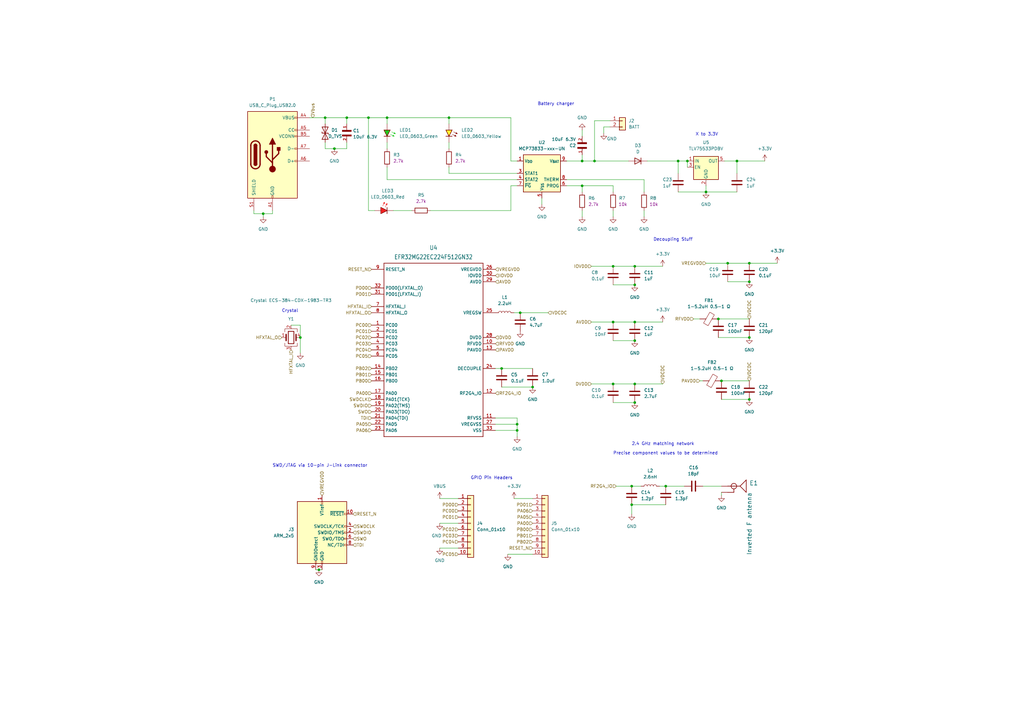
<source format=kicad_sch>
(kicad_sch (version 20231120) (generator "eeschema") (generator_version "8.0")
  (paper "A3")
  (title_block (title "Domo-garden") (rev "0.0.0") (company "Valentin Giaufer"))
  (lib_symbols
    (symbol "Battery_Management:MCP73833-xxx-UN"
      (property "Reference" "U" (at -6.35 8.89 0))
      (property "Value" "MCP73833-xxx-UN" (at 10.16 8.89 0))
      (symbol "MCP73833-xxx-UN_1_1"
        (pin power_in line (at -10.16 5.08 0) (length 2.54) (name "V_{DD}") (number "1"))
        (pin passive line (at 10.16 5.08 180) (length 2.54) hide (name "V_{BAT}") (number "10"))
        (pin passive line (at -10.16 5.08 0) (length 2.54) hide (name "V_{DD}") (number "2"))
        (pin open_collector line (at -10.16 0 0) (length 2.54) (name "STAT1") (number "3"))
        (pin open_collector line (at -10.16 -2.54 0) (length 2.54) (name "STAT2") (number "4"))
        (pin power_in line (at 0 -10.16 90) (length 2.54) (name "V_{SS}") (number "5"))
        (pin input line (at 10.16 -5.08 180) (length 2.54) (name "PROG") (number "6"))
        (pin open_collector line (at -10.16 -5.08 0) (length 2.54) (name "~{PG}") (number "7"))
        (pin passive line (at 10.16 -2.54 180) (length 2.54) (name "THERM") (number "8"))
        (pin power_out line (at 10.16 5.08 180) (length 2.54) (name "V_{BAT}") (number "9"))
      )
    )
    (symbol "CC0805KKX5R5BB106:CC0805KKX5R5BB106" (pin_names (offset 1.016))
      (property "Reference" "C" (at 0 3.81 0))
      (property "Value" "CC0805KKX5R5BB106" (at 0 -5.08 0))
      (symbol "CC0805KKX5R5BB106_0_0"
        (pin passive line (at 5.08 0 180) (length 2.54) (name "~") (number "1"))
        (pin passive line (at -2.54 0 0) (length 2.54) (name "~") (number "2"))
      )
    )
    (symbol "Connector:Conn_ARM_JTAG_SWD_10" (pin_names (offset 1.016))
      (property "Reference" "J" (at -2.54 16.51 0))
      (property "Value" "Conn_ARM_JTAG_SWD_10" (at -2.54 13.97 0))
      (symbol "Conn_ARM_JTAG_SWD_10_1_1"
        (pin power_in line (at 0 15.24 270) (length 2.54) (name "VTref") (number "1"))
        (pin open_collector line (at 12.7 7.62 180) (length 2.54) (name "~{RESET}") (number "10"))
        (pin bidirectional line (at 12.7 0 180) (length 2.54) (name "SWDIO/TMS") (number "2"))
        (pin power_in line (at 0 -15.24 90) (length 2.54) (name "GND") (number "3"))
        (pin output line (at 12.7 2.54 180) (length 2.54) (name "SWDCLK/TCK") (number "4"))
        (pin passive line (at 0 -15.24 90) (length 2.54) hide (name "GND") (number "5"))
        (pin input line (at 12.7 -2.54 180) (length 2.54) (name "SWO/TDO") (number "6"))
        (pin no_connect line (at -10.16 0 0) (length 2.54) hide (name "KEY") (number "7"))
        (pin output line (at 12.7 -5.08 180) (length 2.54) (name "NC/TDI") (number "8"))
        (pin passive line (at -2.54 -15.24 90) (length 2.54) (name "GNDDetect") (number "9"))
      )
    )
    (symbol "Connector:USB_C_Plug_USB2.0" (pin_names (offset 1.016))
      (property "Reference" "P" (at -10.16 19.05 0))
      (property "Value" "USB_C_Plug_USB2.0" (at 12.7 19.05 0))
      (symbol "USB_C_Plug_USB2.0_1_1"
        (pin passive line (at 0 -22.86 90) (length 5.08) (name "GND") (number "A1"))
        (pin passive line (at 0 -22.86 90) (length 5.08) hide (name "GND") (number "A12"))
        (pin passive line (at 15.24 15.24 180) (length 5.08) (name "VBUS") (number "A4"))
        (pin bidirectional line (at 15.24 10.16 180) (length 5.08) (name "CC") (number "A5"))
        (pin bidirectional line (at 15.24 -2.54 180) (length 5.08) (name "D+") (number "A6"))
        (pin bidirectional line (at 15.24 2.54 180) (length 5.08) (name "D-") (number "A7"))
        (pin passive line (at 15.24 15.24 180) (length 5.08) hide (name "VBUS") (number "A9"))
        (pin passive line (at 0 -22.86 90) (length 5.08) hide (name "GND") (number "B1"))
        (pin passive line (at 0 -22.86 90) (length 5.08) hide (name "GND") (number "B12"))
        (pin passive line (at 15.24 15.24 180) (length 5.08) hide (name "VBUS") (number "B4"))
        (pin bidirectional line (at 15.24 7.62 180) (length 5.08) (name "VCONN") (number "B5"))
        (pin passive line (at 15.24 15.24 180) (length 5.08) hide (name "VBUS") (number "B9"))
        (pin passive line (at -7.62 -22.86 90) (length 5.08) (name "SHIELD") (number "S1"))
      )
    )
    (symbol "Connector_Generic:Conn_01x02" (pin_names (offset 1.016) hide)
      (property "Reference" "J" (at 0 2.54 0))
      (property "Value" "Conn_01x02" (at 0 -5.08 0))
      (symbol "Conn_01x02_1_1"
        (pin passive line (at -5.08 0 0) (length 3.81) (name "Pin_1") (number "1"))
        (pin passive line (at -5.08 -2.54 0) (length 3.81) (name "Pin_2") (number "2"))
      )
    )
    (symbol "Connector_Generic:Conn_01x10" (pin_names (offset 1.016) hide)
      (property "Reference" "J" (at 0 12.7 0))
      (property "Value" "Conn_01x10" (at 0 -15.24 0))
      (symbol "Conn_01x10_1_1"
        (pin passive line (at -5.08 10.16 0) (length 3.81) (name "Pin_1") (number "1"))
        (pin passive line (at -5.08 -12.7 0) (length 3.81) (name "Pin_10") (number "10"))
        (pin passive line (at -5.08 7.62 0) (length 3.81) (name "Pin_2") (number "2"))
        (pin passive line (at -5.08 5.08 0) (length 3.81) (name "Pin_3") (number "3"))
        (pin passive line (at -5.08 2.54 0) (length 3.81) (name "Pin_4") (number "4"))
        (pin passive line (at -5.08 0 0) (length 3.81) (name "Pin_5") (number "5"))
        (pin passive line (at -5.08 -2.54 0) (length 3.81) (name "Pin_6") (number "6"))
        (pin passive line (at -5.08 -5.08 0) (length 3.81) (name "Pin_7") (number "7"))
        (pin passive line (at -5.08 -7.62 0) (length 3.81) (name "Pin_8") (number "8"))
        (pin passive line (at -5.08 -10.16 0) (length 3.81) (name "Pin_9") (number "9"))
      )
    )
    (symbol "Device:C" (pin_numbers hide) (pin_names (offset 0.254))
      (property "Reference" "C" (at 0.635 2.54 0))
      (property "Value" "C" (at 0.635 -2.54 0))
      (symbol "C_1_1"
        (pin passive line (at 0 3.81 270) (length 2.794) (name "~") (number "1"))
        (pin passive line (at 0 -3.81 90) (length 2.794) (name "~") (number "2"))
      )
    )
    (symbol "Device:Crystal_GND23" (pin_names (offset 1.016) hide)
      (property "Reference" "Y" (at 3.175 5.08 0))
      (property "Value" "Crystal_GND23" (at 3.175 3.175 0))
      (symbol "Crystal_GND23_1_1"
        (pin passive line (at -3.81 0 0) (length 1.27) (name "1") (number "1"))
        (pin passive line (at 0 5.08 270) (length 1.27) (name "2") (number "2"))
        (pin passive line (at 0 -5.08 90) (length 1.27) (name "3") (number "3"))
        (pin passive line (at 3.81 0 180) (length 1.27) (name "4") (number "4"))
      )
    )
    (symbol "Device:D" (pin_numbers hide) (pin_names (offset 1.016) hide)
      (property "Reference" "D" (at 0 2.54 0))
      (property "Value" "D" (at 0 -2.54 0))
      (symbol "D_1_1"
        (pin passive line (at -3.81 0 0) (length 2.54) (name "K") (number "1"))
        (pin passive line (at 3.81 0 180) (length 2.54) (name "A") (number "2"))
      )
    )
    (symbol "Device:D_TVS" (pin_numbers hide) (pin_names (offset 1.016) hide)
      (property "Reference" "D" (at 0 2.54 0))
      (property "Value" "D_TVS" (at 0 -2.54 0))
      (symbol "D_TVS_1_1"
        (pin passive line (at -3.81 0 0) (length 2.54) (name "A1") (number "1"))
        (pin passive line (at 3.81 0 180) (length 2.54) (name "A2") (number "2"))
      )
    )
    (symbol "Device:FerriteBead" (pin_numbers hide) (pin_names (offset 0))
      (property "Reference" "FB" (at -3.81 0.635 90))
      (property "Value" "FerriteBead" (at 3.81 0 90))
      (symbol "FerriteBead_1_1"
        (pin passive line (at 0 3.81 270) (length 2.54) (name "~") (number "1"))
        (pin passive line (at 0 -3.81 90) (length 2.54) (name "~") (number "2"))
      )
    )
    (symbol "Device:L" (pin_numbers hide) (pin_names (offset 1.016) hide)
      (property "Reference" "L" (at -1.27 0 90))
      (property "Value" "L" (at 1.905 0 90))
      (symbol "L_1_1"
        (pin passive line (at 0 3.81 270) (length 1.27) (name "1") (number "1"))
        (pin passive line (at 0 -3.81 90) (length 1.27) (name "2") (number "2"))
      )
    )
    (symbol "EFR32MG22_module-eagle-import:ANTENNA-GROUNDEDTRACE-15.2MM"
      (property "Reference" "E" (at 3.048 -5.08 0))
      (property "Value" "ANTENNA-GROUNDEDTRACE-15.2MM" (at 3.048 -7.366 0))
      (symbol "ANTENNA-GROUNDEDTRACE-15.2MM_1_0"
        (pin bidirectional line (at 0 -10.16 90) (length 2.54) (name "SIGNAL") (number "ANT"))
        (pin bidirectional line (at 2.54 -10.16 90) (length 2.54) (name "GND") (number "GND"))
      )
    )
    (symbol "EFR32MG22_module-eagle-import:EFR32MG22C224F512GN32"
      (property "Reference" "U" (at -20.3424 36.2348 0))
      (property "Value" "EFR32MG22C224F512GN32" (at -20.3329 -38.1242 0))
      (symbol "EFR32MG22C224F512GN32_1_0"
        (pin bidirectional line (at -25.4 10.16 0) (length 5.08) (name "PC00") (number "1"))
        (pin power_in line (at 25.4 2.54 180) (length 5.08) (name "RFVDD") (number "10"))
        (pin power_in line (at 25.4 -27.94 180) (length 5.08) (name "RFVSS") (number "11"))
        (pin bidirectional line (at 25.4 -17.78 180) (length 5.08) (name "RF2G4_IO") (number "12"))
        (pin power_in line (at 25.4 0 180) (length 5.08) (name "PAVDD") (number "13"))
        (pin bidirectional line (at -25.4 -7.62 0) (length 5.08) (name "PB02") (number "14"))
        (pin bidirectional line (at -25.4 -10.16 0) (length 5.08) (name "PB01") (number "15"))
        (pin bidirectional line (at -25.4 -12.7 0) (length 5.08) (name "PB00") (number "16"))
        (pin bidirectional line (at -25.4 -17.78 0) (length 5.08) (name "PA00") (number "17"))
        (pin bidirectional line (at -25.4 -20.32 0) (length 5.08) (name "PA01(TCK)") (number "18"))
        (pin bidirectional line (at -25.4 -22.86 0) (length 5.08) (name "PA02(TMS)") (number "19"))
        (pin bidirectional line (at -25.4 7.62 0) (length 5.08) (name "PC01") (number "2"))
        (pin bidirectional line (at -25.4 -25.4 0) (length 5.08) (name "PA03(TDO)") (number "20"))
        (pin bidirectional line (at -25.4 -27.94 0) (length 5.08) (name "PA04(TDI)") (number "21"))
        (pin bidirectional line (at -25.4 -30.48 0) (length 5.08) (name "PA05") (number "22"))
        (pin bidirectional line (at -25.4 -33.02 0) (length 5.08) (name "PA06") (number "23"))
        (pin output line (at 25.4 -7.62 180) (length 5.08) (name "DECOUPLE") (number "24"))
        (pin power_out line (at 25.4 15.24 180) (length 5.08) (name "VREGSW") (number "25"))
        (pin power_in line (at 25.4 33.02 180) (length 5.08) (name "VREGVDD") (number "26"))
        (pin power_in line (at 25.4 -30.48 180) (length 5.08) (name "VREGVSS") (number "27"))
        (pin power_in line (at 25.4 5.08 180) (length 5.08) (name "DVDD") (number "28"))
        (pin power_in line (at 25.4 27.94 180) (length 5.08) (name "AVDD") (number "29"))
        (pin bidirectional line (at -25.4 5.08 0) (length 5.08) (name "PC02") (number "3"))
        (pin power_in line (at 25.4 30.48 180) (length 5.08) (name "IOVDD") (number "30"))
        (pin bidirectional line (at -25.4 22.86 0) (length 5.08) (name "PD01(LFXTAL_I)") (number "31"))
        (pin bidirectional line (at -25.4 25.4 0) (length 5.08) (name "PD00(LFXTAL_O)") (number "32"))
        (pin power_in line (at 25.4 -33.02 180) (length 5.08) (name "VSS") (number "33"))
        (pin bidirectional line (at -25.4 2.54 0) (length 5.08) (name "PC03") (number "4"))
        (pin bidirectional line (at -25.4 0 0) (length 5.08) (name "PC04") (number "5"))
        (pin bidirectional line (at -25.4 -2.54 0) (length 5.08) (name "PC05") (number "6"))
        (pin input line (at -25.4 17.78 0) (length 5.08) (name "HFXTAL_I") (number "7"))
        (pin output line (at -25.4 15.24 0) (length 5.08) (name "HFXTAL_O") (number "8"))
        (pin input line (at -25.4 33.02 0) (length 5.08) (name "RESET_N") (number "9"))
      )
    )
    (symbol "PCM_4ms_Power-symbol:GND" (power) (pin_names (offset 0))
      (property "Value" "GND" (at 0 -3.81 0))
      (symbol "GND_1_1"
        (pin power_in line (at 0 0 270) (length 0) hide (name "GND") (number "1"))
      )
    )
    (symbol "PCM_4ms_Resistor:10k_0402" (pin_numbers hide) (pin_names (offset 0))
      (property "Reference" "R" (at 2.032 0 90))
      (property "Display" "10k" (at 3.81 0 90))
      (symbol "10k_0402_1_1"
        (pin passive line (at 0 3.81 270) (length 1.27) (name "~") (number "1"))
        (pin passive line (at 0 -3.81 90) (length 1.27) (name "~") (number "2"))
      )
    )
    (symbol "PCM_4ms_Resistor:2.7k_0603" (pin_numbers hide) (pin_names (offset 0))
      (property "Reference" "R" (at 2.032 0 90))
      (property "Display" "2.7k" (at 3.81 0 90))
      (symbol "2.7k_0603_1_1"
        (pin passive line (at 0 3.81 270) (length 1.27) (name "~") (number "1"))
        (pin passive line (at 0 -3.81 90) (length 1.27) (name "~") (number "2"))
      )
    )
    (symbol "PCM_LED_AKL:LED_0603_Green" (pin_numbers hide) (pin_names (offset 1.016) hide)
      (property "Reference" "LED" (at 0 7.62 0))
      (property "Value" "LED_0603_Green" (at 0 5.08 0))
      (symbol "LED_0603_Green_1_1"
        (pin passive line (at 3.81 0 180) (length 2.54) (name "K") (number "1"))
        (pin passive line (at -3.81 0 0) (length 2.54) (name "A") (number "2"))
      )
      (symbol "LED_0603_Green_1_2"
        (pin passive line (at 2.54 2.54 180) (length 0) (name "K") (number "1"))
        (pin passive line (at -2.54 -2.54 0) (length 0) (name "A") (number "2"))
      )
    )
    (symbol "PCM_LED_AKL:LED_0603_Red" (pin_numbers hide) (pin_names (offset 1.016) hide)
      (property "Reference" "LED" (at 0 7.62 0))
      (property "Value" "LED_0603_Red" (at 0 5.08 0))
      (symbol "LED_0603_Red_1_1"
        (pin passive line (at 3.81 0 180) (length 2.54) (name "K") (number "1"))
        (pin passive line (at -3.81 0 0) (length 2.54) (name "A") (number "2"))
      )
      (symbol "LED_0603_Red_1_2"
        (pin passive line (at 2.54 2.54 180) (length 0) (name "K") (number "1"))
        (pin passive line (at -2.54 -2.54 0) (length 0) (name "A") (number "2"))
      )
    )
    (symbol "PCM_LED_AKL:LED_0603_Yellow" (pin_numbers hide) (pin_names (offset 1.016) hide)
      (property "Reference" "LED" (at 0 7.62 0))
      (property "Value" "LED_0603_Yellow" (at 0 5.08 0))
      (symbol "LED_0603_Yellow_1_1"
        (pin passive line (at 3.81 0 180) (length 2.54) (name "K") (number "1"))
        (pin passive line (at -3.81 0 0) (length 2.54) (name "A") (number "2"))
      )
      (symbol "LED_0603_Yellow_1_2"
        (pin passive line (at 2.54 2.54 180) (length 0) (name "K") (number "1"))
        (pin passive line (at -2.54 -2.54 0) (length 0) (name "A") (number "2"))
      )
    )
    (symbol "Regulator_Linear:TLV75533PDBV" (pin_names (offset 0.254))
      (property "Reference" "U" (at -3.81 5.715 0))
      (property "Value" "TLV75533PDBV" (at 0 5.715 0))
      (symbol "TLV75533PDBV_1_1"
        (pin power_in line (at -7.62 2.54 0) (length 2.54) (name "IN") (number "1"))
        (pin power_in line (at 0 -7.62 90) (length 2.54) (name "GND") (number "2"))
        (pin input line (at -7.62 0 0) (length 2.54) (name "EN") (number "3"))
        (pin no_connect line (at 5.08 0 180) (length 2.54) hide (name "NC") (number "4"))
        (pin power_out line (at 7.62 2.54 180) (length 2.54) (name "OUT") (number "5"))
      )
    )
    (symbol "power:+3.3V" (power) (pin_names (offset 0))
      (property "Value" "+3.3V" (at 0 3.556 0))
      (symbol "+3.3V_1_1"
        (pin power_in line (at 0 0 90) (length 0) hide (name "+3.3V") (number "1"))
      )
    )
    (symbol "power:GND" (power) (pin_names (offset 0))
      (property "Value" "GND" (at 0 -3.81 0))
      (symbol "GND_1_1"
        (pin power_in line (at 0 0 270) (length 0) hide (name "GND") (number "1"))
      )
    )
    (symbol "power:VBUS" (power) (pin_names (offset 0))
      (property "Value" "VBUS" (at 0 3.81 0))
      (symbol "VBUS_1_1"
        (pin power_in line (at 0 0 90) (length 0) hide (name "VBUS") (number "1"))
      )
    )
  )
  (junction (at 260.35 165.1))
  (junction (at 218.44 158.75))
  (junction (at 281.94 66.04))
  (junction (at 123.19 138.43))
  (junction (at 238.76 66.04))
  (junction (at 260.35 132.08))
  (junction (at 259.08 207.01))
  (junction (at 212.09 173.99))
  (junction (at 151.13 48.26))
  (junction (at 307.34 163.83))
  (junction (at 307.34 107.95))
  (junction (at 251.46 132.08))
  (junction (at 251.46 109.22))
  (junction (at 307.34 115.57))
  (junction (at 107.95 87.63))
  (junction (at 251.46 157.48))
  (junction (at 133.35 48.26))
  (junction (at 259.08 199.39))
  (junction (at 273.05 199.39))
  (junction (at 184.15 48.26))
  (junction (at 278.13 66.04))
  (junction (at 205.74 151.13))
  (junction (at 213.36 128.27))
  (junction (at 260.35 109.22))
  (junction (at 130.81 233.68))
  (junction (at 243.84 66.04))
  (junction (at 158.75 48.26))
  (junction (at 307.34 138.43))
  (junction (at 294.64 130.81))
  (junction (at 289.56 78.74))
  (junction (at 212.09 176.53))
  (junction (at 137.16 60.96))
  (junction (at 302.26 66.04))
  (junction (at 142.24 48.26))
  (junction (at 298.45 107.95))
  (junction (at 260.35 139.7))
  (junction (at 260.35 157.48))
  (junction (at 295.91 156.21))
  (junction (at 238.76 76.2))
  (junction (at 260.35 116.84))
  (wire (pts (xy 203.2 151.13) (xy 205.74 151.13)))
  (wire (pts (xy 222.25 81.28) (xy 222.25 83.82)))
  (wire (pts (xy 273.05 199.39) (xy 280.67 199.39)))
  (wire (pts (xy 133.35 60.96) (xy 137.16 60.96)))
  (wire (pts (xy 287.02 156.21) (xy 288.29 156.21)))
  (wire (pts (xy 307.34 107.95) (xy 318.77 107.95)))
  (wire (pts (xy 184.15 71.12) (xy 212.09 71.12)))
  (wire (pts (xy 180.34 214.63) (xy 187.96 214.63)))
  (wire (pts (xy 259.08 207.01) (xy 259.08 210.82)))
  (wire (pts (xy 281.94 66.04) (xy 281.94 68.58)))
  (wire (pts (xy 289.56 107.95) (xy 298.45 107.95)))
  (wire (pts (xy 184.15 48.26) (xy 209.55 48.26)))
  (wire (pts (xy 252.73 199.39) (xy 259.08 199.39)))
  (wire (pts (xy 180.34 224.79) (xy 187.96 224.79)))
  (wire (pts (xy 289.56 78.74) (xy 302.26 78.74)))
  (wire (pts (xy 238.76 66.04) (xy 243.84 66.04)))
  (wire (pts (xy 259.08 199.39) (xy 262.89 199.39)))
  (wire (pts (xy 129.54 233.68) (xy 130.81 233.68)))
  (wire (pts (xy 158.75 48.26) (xy 184.15 48.26)))
  (wire (pts (xy 212.09 171.45) (xy 212.09 173.99)))
  (wire (pts (xy 297.18 66.04) (xy 302.26 66.04)))
  (wire (pts (xy 232.41 73.66) (xy 264.16 73.66)))
  (wire (pts (xy 260.35 109.22) (xy 271.78 109.22)))
  (wire (pts (xy 158.75 68.58) (xy 158.75 73.66)))
  (wire (pts (xy 133.35 60.96) (xy 133.35 58.42)))
  (wire (pts (xy 203.2 176.53) (xy 212.09 176.53)))
  (wire (pts (xy 151.13 48.26) (xy 158.75 48.26)))
  (wire (pts (xy 251.46 76.2) (xy 251.46 78.74)))
  (wire (pts (xy 232.41 66.04) (xy 238.76 66.04)))
  (wire (pts (xy 107.95 87.63) (xy 111.76 87.63)))
  (wire (pts (xy 184.15 58.42) (xy 184.15 60.96)))
  (wire (pts (xy 133.35 50.8) (xy 133.35 48.26)))
  (wire (pts (xy 270.51 199.39) (xy 273.05 199.39)))
  (wire (pts (xy 265.43 66.04) (xy 278.13 66.04)))
  (wire (pts (xy 212.09 173.99) (xy 212.09 176.53)))
  (wire (pts (xy 209.55 76.2) (xy 212.09 76.2)))
  (wire (pts (xy 133.35 48.26) (xy 142.24 48.26)))
  (wire (pts (xy 294.64 138.43) (xy 307.34 138.43)))
  (wire (pts (xy 259.08 207.01) (xy 273.05 207.01)))
  (wire (pts (xy 119.38 133.35) (xy 123.19 133.35)))
  (wire (pts (xy 278.13 66.04) (xy 281.94 66.04)))
  (wire (pts (xy 104.14 87.63) (xy 107.95 87.63)))
  (wire (pts (xy 264.16 86.36) (xy 264.16 88.9)))
  (wire (pts (xy 260.35 132.08) (xy 271.78 132.08)))
  (wire (pts (xy 295.91 156.21) (xy 307.34 156.21)))
  (wire (pts (xy 238.76 55.88) (xy 238.76 53.34)))
  (wire (pts (xy 209.55 86.36) (xy 209.55 76.2)))
  (wire (pts (xy 251.46 165.1) (xy 260.35 165.1)))
  (wire (pts (xy 298.45 115.57) (xy 307.34 115.57)))
  (wire (pts (xy 250.19 49.53) (xy 243.84 49.53)))
  (wire (pts (xy 111.76 86.36) (xy 111.76 87.63)))
  (wire (pts (xy 212.09 171.45) (xy 203.2 171.45)))
  (wire (pts (xy 123.19 133.35) (xy 123.19 138.43)))
  (wire (pts (xy 205.74 158.75) (xy 218.44 158.75)))
  (wire (pts (xy 238.76 86.36) (xy 238.76 88.9)))
  (wire (pts (xy 260.35 157.48) (xy 271.78 157.48)))
  (wire (pts (xy 158.75 48.26) (xy 158.75 50.8)))
  (wire (pts (xy 213.36 128.27) (xy 224.79 128.27)))
  (wire (pts (xy 302.26 66.04) (xy 302.26 71.12)))
  (wire (pts (xy 104.14 86.36) (xy 104.14 87.63)))
  (wire (pts (xy 210.82 128.27) (xy 213.36 128.27)))
  (wire (pts (xy 242.57 132.08) (xy 251.46 132.08)))
  (wire (pts (xy 251.46 157.48) (xy 260.35 157.48)))
  (wire (pts (xy 184.15 71.12) (xy 184.15 68.58)))
  (wire (pts (xy 243.84 66.04) (xy 257.81 66.04)))
  (wire (pts (xy 205.74 151.13) (xy 218.44 151.13)))
  (wire (pts (xy 212.09 173.99) (xy 203.2 173.99)))
  (wire (pts (xy 251.46 86.36) (xy 251.46 88.9)))
  (wire (pts (xy 142.24 48.26) (xy 151.13 48.26)))
  (wire (pts (xy 209.55 66.04) (xy 212.09 66.04)))
  (wire (pts (xy 212.09 176.53) (xy 212.09 179.07)))
  (wire (pts (xy 107.95 87.63) (xy 107.95 88.9)))
  (wire (pts (xy 302.26 66.04) (xy 313.69 66.04)))
  (wire (pts (xy 251.46 109.22) (xy 260.35 109.22)))
  (wire (pts (xy 247.65 52.07) (xy 247.65 54.61)))
  (wire (pts (xy 161.29 86.36) (xy 168.91 86.36)))
  (wire (pts (xy 142.24 50.8) (xy 142.24 48.26)))
  (wire (pts (xy 238.76 63.5) (xy 238.76 66.04)))
  (wire (pts (xy 295.91 163.83) (xy 307.34 163.83)))
  (wire (pts (xy 180.34 204.47) (xy 187.96 204.47)))
  (wire (pts (xy 242.57 109.22) (xy 251.46 109.22)))
  (wire (pts (xy 278.13 66.04) (xy 278.13 71.12)))
  (wire (pts (xy 284.48 130.81) (xy 287.02 130.81)))
  (wire (pts (xy 251.46 139.7) (xy 260.35 139.7)))
  (wire (pts (xy 151.13 48.26) (xy 151.13 86.36)))
  (wire (pts (xy 278.13 78.74) (xy 289.56 78.74)))
  (wire (pts (xy 251.46 132.08) (xy 260.35 132.08)))
  (wire (pts (xy 238.76 76.2) (xy 238.76 78.74)))
  (wire (pts (xy 288.29 199.39) (xy 295.91 199.39)))
  (wire (pts (xy 158.75 58.42) (xy 158.75 60.96)))
  (wire (pts (xy 238.76 76.2) (xy 251.46 76.2)))
  (wire (pts (xy 209.55 48.26) (xy 209.55 66.04)))
  (wire (pts (xy 251.46 116.84) (xy 260.35 116.84)))
  (wire (pts (xy 232.41 76.2) (xy 238.76 76.2)))
  (wire (pts (xy 289.56 76.2) (xy 289.56 78.74)))
  (wire (pts (xy 130.81 233.68) (xy 132.08 233.68)))
  (wire (pts (xy 247.65 52.07) (xy 250.19 52.07)))
  (wire (pts (xy 208.28 227.33) (xy 218.44 227.33)))
  (wire (pts (xy 298.45 107.95) (xy 307.34 107.95)))
  (wire (pts (xy 151.13 86.36) (xy 153.67 86.36)))
  (wire (pts (xy 210.82 204.47) (xy 218.44 204.47)))
  (wire (pts (xy 123.19 138.43) (xy 123.19 144.78)))
  (wire (pts (xy 264.16 73.66) (xy 264.16 78.74)))
  (wire (pts (xy 184.15 48.26) (xy 184.15 50.8)))
  (wire (pts (xy 158.75 73.66) (xy 212.09 73.66)))
  (wire (pts (xy 127 48.26) (xy 133.35 48.26)))
  (wire (pts (xy 295.91 201.93) (xy 295.91 203.2)))
  (wire (pts (xy 142.24 58.42) (xy 142.24 60.96)))
  (wire (pts (xy 137.16 60.96) (xy 142.24 60.96)))
  (wire (pts (xy 242.57 157.48) (xy 251.46 157.48)))
  (wire (pts (xy 294.64 130.81) (xy 307.34 130.81)))
  (wire (pts (xy 243.84 49.53) (xy 243.84 66.04)))
  (wire (pts (xy 176.53 86.36) (xy 209.55 86.36)))
  (text "Decoupling Stuff" (at 267.97 99.06 0) (effects (font (size 1.27 1.27)) (justify left bottom)))
  (text "Crystal" (at 115.57 128.27 0) (effects (font (size 1.27 1.27)) (justify left bottom)))
  (text "SWD/JTAG via 10-pin J-Link connector" (at 111.76 191.77 0) (effects (font (size 1.27 1.27)) (justify left bottom)))
  (text "GPIO Pin Headers" (at 193.04 196.85 0) (effects (font (size 1.27 1.27)) (justify left bottom)))
  (text "X to 3.3V" (at 285.242 55.88 0) (effects (font (size 1.27 1.27)) (justify left bottom)))
  (text "Battery charger" (at 220.472 43.434 0) (effects (font (size 1.27 1.27)) (justify left bottom)))
  (text "Precise component values to be determined" (at 251.46 186.69 0) (effects (font (size 1.27 1.27)) (justify left bottom)))
  (text "2.4 GHz matching network\n" (at 259.08 182.88 0) (effects (font (size 1.27 1.27)) (justify left bottom)))
  (hierarchical_label "PA05" (shape input) (at 152.4 173.99 180))
  (hierarchical_label "PD00" (shape input) (at 152.4 118.11 180))
  (hierarchical_label "HFXTAL_O" (shape input) (at 115.57 138.43 180))
  (hierarchical_label "PAVDD" (shape input) (at 287.02 156.21 180))
  (hierarchical_label "VREGVDD" (shape input) (at 203.2 110.49 0))
  (hierarchical_label "PAVDD" (shape input) (at 203.2 143.51 0))
  (hierarchical_label "PB00" (shape input) (at 218.44 217.17 180))
  (hierarchical_label "VDCDC" (shape input) (at 271.78 157.48 90))
  (hierarchical_label "SWO" (shape input) (at 152.4 168.91 180))
  (hierarchical_label "PC04" (shape input) (at 152.4 143.51 180))
  (hierarchical_label "SWO" (shape input) (at 144.78 220.98 0))
  (hierarchical_label "RFVDD" (shape input) (at 284.48 130.81 180))
  (hierarchical_label "PC00" (shape input) (at 187.96 209.55 180))
  (hierarchical_label "RESET_N" (shape input) (at 218.44 224.79 180))
  (hierarchical_label "PB01" (shape input) (at 218.44 219.71 180))
  (hierarchical_label "SWDCLK" (shape input) (at 144.78 215.9 0))
  (hierarchical_label "TDI" (shape input) (at 144.78 223.52 0))
  (hierarchical_label "DVDD" (shape input) (at 203.2 138.43 0))
  (hierarchical_label "RESET_N" (shape input) (at 152.4 110.49 180))
  (hierarchical_label "PA00" (shape input) (at 152.4 161.29 180))
  (hierarchical_label "IOVDD" (shape input) (at 242.57 109.22 180))
  (hierarchical_label "VDCDC" (shape input) (at 307.34 130.81 90))
  (hierarchical_label "PA05" (shape input) (at 218.44 212.09 180))
  (hierarchical_label "PC00" (shape input) (at 152.4 133.35 180))
  (hierarchical_label "PD00" (shape input) (at 187.96 207.01 180))
  (hierarchical_label "PA06" (shape input) (at 152.4 176.53 180))
  (hierarchical_label "VDCDC" (shape input) (at 224.79 128.27 0))
  (hierarchical_label "AVDD" (shape input) (at 242.57 132.08 180))
  (hierarchical_label "PC01" (shape input) (at 187.96 212.09 180))
  (hierarchical_label "VREGVDD" (shape input) (at 289.56 107.95 180))
  (hierarchical_label "PD01" (shape input) (at 218.44 207.01 180))
  (hierarchical_label "HFXTAL_O" (shape input) (at 152.4 128.27 180))
  (hierarchical_label "RF2G4_IO" (shape input) (at 203.2 161.29 0))
  (hierarchical_label "PC02" (shape input) (at 187.96 217.17 180))
  (hierarchical_label "HFXTAL_I" (shape input) (at 152.4 125.73 180))
  (hierarchical_label "DVDD" (shape input) (at 242.57 157.48 180))
  (hierarchical_label "PC03" (shape input) (at 152.4 140.97 180))
  (hierarchical_label "PB02" (shape input) (at 218.44 222.25 180))
  (hierarchical_label "PC04" (shape input) (at 187.96 222.25 180))
  (hierarchical_label "RFVDD" (shape input) (at 203.2 140.97 0))
  (hierarchical_label "PA06" (shape input) (at 218.44 209.55 180))
  (hierarchical_label "SWDIO" (shape input) (at 152.4 166.37 180))
  (hierarchical_label "RF2G4_IO" (shape input) (at 252.73 199.39 180))
  (hierarchical_label "IOVDD" (shape input) (at 203.2 113.03 0))
  (hierarchical_label "PC05" (shape input) (at 187.96 227.33 180))
  (hierarchical_label "VDCDC" (shape input) (at 307.34 156.21 90))
  (hierarchical_label "PC03" (shape input) (at 187.96 219.71 180))
  (hierarchical_label "Vbus" (shape input) (at 128.27 48.26 90))
  (hierarchical_label "PD01" (shape input) (at 152.4 120.65 180))
  (hierarchical_label "SWDCLK" (shape input) (at 152.4 163.83 180))
  (hierarchical_label "PC02" (shape input) (at 152.4 138.43 180))
  (hierarchical_label "PA00" (shape input) (at 218.44 214.63 180))
  (hierarchical_label "SWDIO" (shape input) (at 144.78 218.44 0))
  (hierarchical_label "VREGVDD" (shape input) (at 132.08 203.2 90))
  (hierarchical_label "TDI" (shape input) (at 152.4 171.45 180))
  (hierarchical_label "PB01" (shape input) (at 152.4 153.67 180))
  (hierarchical_label "PC01" (shape input) (at 152.4 135.89 180))
  (hierarchical_label "PC05" (shape input) (at 152.4 146.05 180))
  (hierarchical_label "PB02" (shape input) (at 152.4 151.13 180))
  (hierarchical_label "HFXTAL_I" (shape input) (at 119.38 143.51 270))
  (hierarchical_label "PB00" (shape input) (at 152.4 156.21 180))
  (hierarchical_label "RESET_N" (shape input) (at 144.78 210.82 0))
  (hierarchical_label "AVDD" (shape input) (at 203.2 115.57 0))
  (symbol (lib_id "Device:C") (at 213.36 132.08 0) (unit 1)
    (property "Reference" "C6" (at 217.17 130.8099 0) (effects (justify left)))
    (property "Value" "4.7uF" (at 217.17 133.3499 0) (effects (justify left)))
    (property "Footprint" "Capacitor_SMD:C_0603_1608Metric_Pad1.08x0.95mm_HandSolder" (effects (hide yes)))
  )
  (symbol (lib_id "PCM_4ms_Power-symbol:GND") (at 247.65 54.61 0) (unit 1)
    (property "Reference" "#PWR011" (effects (hide yes)))
    (property "Value" "GND" (at 250.952 56.896 0))
  )
  (symbol (lib_id "Device:FerriteBead") (at 290.83 130.81 90) (unit 1)
    (property "Reference" "FB1" (at 290.7792 123.19 90))
    (property "Value" "1-5.2uH 0.5-1 Ω" (at 290.7792 125.73 90))
    (property "Footprint" "Inductor_SMD:L_0603_1608Metric_Pad1.05x0.95mm_HandSolder" (effects (hide yes)))
  )
  (symbol (lib_id "power:GND") (at 260.35 165.1 0) (unit 1)
    (property "Reference" "#PWR029" (effects (hide yes)))
    (property "Value" "GND" (at 260.35 170.18 0))
  )
  (symbol (lib_id "PCM_4ms_Resistor:2.7k_0603") (at 238.76 82.55 0) (unit 1)
    (property "Reference" "R6" (at 241.3 81.2799 0) (effects (justify left)))
    (property "Value" "2.7k_0603" (effects (hide yes)))
    (property "Footprint" "PCM_4ms_Resistor:R_0603" (effects (hide yes)))
    (property "Description" "2k7, 1%, 1/10W, 0603" (effects (hide yes)))
    (property "Specifications" "2k7, 1%, 1/10W, 0603" (effects (hide yes)))
    (property "Manufacturer" "Yageo" (effects (hide yes)))
    (property "Part Number" "RC0603FR-072K7L" (effects (hide yes)))
    (property "Display" "2.7k" (at 241.3 83.8199 0) (effects (justify left)))
    (property "JLCPCB ID" "C13167" (effects (hide yes)))
  )
  (symbol (lib_id "PCM_LED_AKL:LED_0603_Red") (at 157.48 86.36 0) (unit 1)
    (property "Reference" "LED3" (at 159.004 78.232 0))
    (property "Value" "LED_0603_Red" (at 159.004 80.772 0))
    (property "Footprint" "PCM_LED_SMD_AKL:LED_0603_1608Metric" (effects (hide yes)))
    (property "Description" "Red SMD LED, 0603, Alternate KiCad Library" (effects (hide yes)))
  )
  (symbol (lib_id "Device:C") (at 260.35 113.03 0) (unit 1)
    (property "Reference" "C11" (at 264.16 111.7599 0) (effects (justify left)))
    (property "Value" "1uF" (at 264.16 114.2999 0) (effects (justify left)))
    (property "Footprint" "Capacitor_SMD:C_0603_1608Metric_Pad1.08x0.95mm_HandSolder" (effects (hide yes)))
  )
  (symbol (lib_id "Device:C") (at 284.48 199.39 270) (unit 1)
    (property "Reference" "C16" (at 284.48 191.77 90))
    (property "Value" "18pF" (at 284.48 194.31 90))
    (property "Footprint" "Capacitor_SMD:C_0603_1608Metric_Pad1.08x0.95mm_HandSolder" (effects (hide yes)))
  )
  (symbol (lib_id "Device:L") (at 266.7 199.39 90) (unit 1)
    (property "Reference" "L2" (at 266.7 193.04 90))
    (property "Value" "2.6nH" (at 266.7 195.58 90))
    (property "Footprint" "Inductor_SMD:L_0603_1608Metric_Pad1.05x0.95mm_HandSolder" (effects (hide yes)))
  )
  (symbol (lib_id "power:GND") (at 260.35 139.7 0) (unit 1)
    (property "Reference" "#PWR028" (effects (hide yes)))
    (property "Value" "GND" (at 260.35 144.78 0))
  )
  (symbol (lib_id "PCM_4ms_Resistor:2.7k_0603") (at 172.72 86.36 90) (unit 1)
    (property "Reference" "R5" (at 172.72 80.01 90))
    (property "Value" "2.7k_0603" (effects (hide yes)))
    (property "Footprint" "PCM_4ms_Resistor:R_0603" (effects (hide yes)))
    (property "Description" "2k7, 1%, 1/10W, 0603" (effects (hide yes)))
    (property "Specifications" "2k7, 1%, 1/10W, 0603" (effects (hide yes)))
    (property "Manufacturer" "Yageo" (effects (hide yes)))
    (property "Part Number" "RC0603FR-072K7L" (effects (hide yes)))
    (property "Display" "2.7k" (at 172.72 82.55 90))
    (property "JLCPCB ID" "C13167" (effects (hide yes)))
  )
  (symbol (lib_id "PCM_LED_AKL:LED_0603_Green") (at 158.75 54.61 270) (unit 1)
    (property "Reference" "LED1" (at 163.83 53.3399 90) (effects (justify left)))
    (property "Value" "LED_0603_Green" (at 163.83 55.8799 90) (effects (justify left)))
    (property "Footprint" "PCM_LED_SMD_AKL:LED_0603_1608Metric" (effects (hide yes)))
    (property "Description" "Green SMD LED, 0603, Alternate KiCad Library" (effects (hide yes)))
  )
  (symbol (lib_id "Device:Crystal_GND23") (at 119.38 138.43 0) (unit 1)
    (property "Reference" "Y1" (at 119.38 130.81 0))
    (property "Value" "Crystal ECS-384-CDX-1983-TR3" (at 119.38 123.19 0))
    (property "Footprint" "Crystal:Crystal_SMD_2016-4Pin_2.0x1.6mm" (effects (hide yes)))
  )
  (symbol (lib_id "Device:C") (at 260.35 161.29 0) (unit 1)
    (property "Reference" "C13" (at 264.16 160.0199 0) (effects (justify left)))
    (property "Value" "2.7uF" (at 264.16 162.5599 0) (effects (justify left)))
    (property "Footprint" "Capacitor_SMD:C_0603_1608Metric_Pad1.08x0.95mm_HandSolder" (effects (hide yes)))
  )
  (symbol (lib_id "Connector_Generic:Conn_01x10") (at 193.04 214.63 0) (unit 1)
    (property "Reference" "J4" (at 195.58 214.6299 0) (effects (justify left)))
    (property "Value" "Conn_01x10" (at 195.58 217.1699 0) (effects (justify left)))
    (property "Footprint" "Connector_PinHeader_2.54mm:PinHeader_1x10_P2.54mm_Vertical" (effects (hide yes)))
  )
  (symbol (lib_id "power:GND") (at 289.56 78.74 0) (unit 1)
    (property "Reference" "#PWR040" (effects (hide yes)))
    (property "Value" "GND" (at 289.56 83.82 0))
  )
  (symbol (lib_id "power:GND") (at 295.91 203.2 0) (unit 1)
    (property "Reference" "#PWR035" (effects (hide yes)))
    (property "Value" "GND" (at 295.91 208.28 0))
  )
  (symbol (lib_id "power:GND") (at 307.34 138.43 0) (unit 1)
    (property "Reference" "#PWR037" (effects (hide yes)))
    (property "Value" "GND" (at 307.34 143.51 0))
  )
  (symbol (lib_id "Device:D") (at 261.62 66.04 180) (unit 1)
    (property "Reference" "D3" (at 261.62 59.69 0))
    (property "Value" "D" (at 261.62 62.23 0))
    (property "Footprint" "Diode_SMD:D_SOD-123" (effects (hide yes)))
    (property "Datasheet" "1N4148?" (effects (hide yes)))
  )
  (symbol (lib_id "Device:C") (at 273.05 203.2 0) (unit 1)
    (property "Reference" "C15" (at 276.86 201.9299 0) (effects (justify left)))
    (property "Value" "1.3pF" (at 276.86 204.4699 0) (effects (justify left)))
    (property "Footprint" "Capacitor_SMD:C_0603_1608Metric_Pad1.08x0.95mm_HandSolder" (effects (hide yes)))
  )
  (symbol (lib_id "power:GND") (at 307.34 115.57 0) (unit 1)
    (property "Reference" "#PWR036" (effects (hide yes)))
    (property "Value" "GND" (at 307.34 120.65 0))
  )
  (symbol (lib_id "Device:C") (at 205.74 154.94 0) (unit 1)
    (property "Reference" "C5" (at 209.55 153.6699 0) (effects (justify left)))
    (property "Value" "0.1uF" (at 209.55 156.2099 0) (effects (justify left)))
    (property "Footprint" "Capacitor_SMD:C_0603_1608Metric_Pad1.08x0.95mm_HandSolder" (effects (hide yes)))
  )
  (symbol (lib_id "Device:C") (at 259.08 203.2 0) (unit 1)
    (property "Reference" "C14" (at 262.89 201.9299 0) (effects (justify left)))
    (property "Value" "1.2pF" (at 262.89 204.4699 0) (effects (justify left)))
    (property "Footprint" "Capacitor_SMD:C_0603_1608Metric_Pad1.08x0.95mm_HandSolder" (effects (hide yes)))
  )
  (symbol (lib_id "power:GND") (at 208.28 227.33 0) (unit 1)
    (property "Reference" "#PWR033" (effects (hide yes)))
    (property "Value" "GND" (at 208.28 232.41 0))
  )
  (symbol (lib_id "CC0805KKX5R5BB106:CC0805KKX5R5BB106") (at 142.24 55.88 90) (unit 1)
    (property "Reference" "C1" (at 144.78 53.594 90) (effects (justify right)))
    (property "Value" "10uF 6.3V" (at 144.78 56.134 90) (effects (justify right)))
    (property "Footprint" "capa10uf6.3v_CC0805KKX5R5BB106:CAPC2012X70" (effects (hide yes)))
    (property "MF" "Yageo" (effects (hide yes)))
    (property "Description_1" "\n10 µF ±10% 6.3V Ceramic Capacitor X5R 0805 (2012 Metric)\n" (effects (hide yes)))
    (property "Package" "0805 Yageo" (effects (hide yes)))
    (property "Price" "None" (effects (hide yes)))
    (property "SnapEDA_Link" "https://www.snapeda.com/parts/CC0805KKX5R5BB106/Yageo/view-part/?ref=snap" (effects (hide yes)))
    (property "MP" "CC0805KKX5R5BB106" (effects (hide yes)))
    (property "Availability" "In Stock" (effects (hide yes)))
    (property "Check_prices" "https://www.snapeda.com/parts/CC0805KKX5R5BB106/Yageo/view-part/?ref=eda" (effects (hide yes)))
  )
  (symbol (lib_id "Device:C") (at 251.46 113.03 0) (unit 1)
    (property "Reference" "C8" (at 242.57 111.76 0) (effects (justify left)))
    (property "Value" "0.1uF" (at 242.57 114.3 0) (effects (justify left)))
    (property "Footprint" "Capacitor_SMD:C_0603_1608Metric_Pad1.08x0.95mm_HandSolder" (effects (hide yes)))
  )
  (symbol (lib_id "power:+3.3V") (at 313.69 66.04 0) (unit 1)
    (property "Reference" "#PWR041" (effects (hide yes)))
    (property "Value" "+3.3V" (at 313.69 60.96 0))
  )
  (symbol (lib_id "power:GND") (at 213.36 135.89 0) (unit 1)
    (property "Reference" "#PWR022" (effects (hide yes)))
    (property "Value" "GND" (at 213.36 140.97 0))
  )
  (symbol (lib_id "power:+3.3V") (at 271.78 109.22 0) (unit 1)
    (property "Reference" "#PWR031" (effects (hide yes)))
    (property "Value" "+3.3V" (at 271.78 104.14 0))
  )
  (symbol (lib_id "PCM_4ms_Resistor:2.7k_0603") (at 184.15 64.77 0) (unit 1)
    (property "Reference" "R4" (at 186.69 63.4999 0) (effects (justify left)))
    (property "Value" "2.7k_0603" (effects (hide yes)))
    (property "Footprint" "PCM_4ms_Resistor:R_0603" (effects (hide yes)))
    (property "Description" "2k7, 1%, 1/10W, 0603" (effects (hide yes)))
    (property "Specifications" "2k7, 1%, 1/10W, 0603" (effects (hide yes)))
    (property "Manufacturer" "Yageo" (effects (hide yes)))
    (property "Part Number" "RC0603FR-072K7L" (effects (hide yes)))
    (property "Display" "2.7k" (at 186.69 66.0399 0) (effects (justify left)))
    (property "JLCPCB ID" "C13167" (effects (hide yes)))
  )
  (symbol (lib_id "power:GND") (at 123.19 144.78 0) (unit 1)
    (property "Reference" "#PWR017" (effects (hide yes)))
    (property "Value" "GND" (at 123.19 149.86 0))
  )
  (symbol (lib_id "PCM_4ms_Resistor:10k_0402") (at 251.46 82.55 180) (unit 1)
    (property "Reference" "R7" (at 256.54 81.28 0) (effects (justify left)))
    (property "Value" "10k_0402" (effects (hide yes)))
    (property "Footprint" "Resistor_SMD:R_0402_1005Metric" (effects (hide yes)))
    (property "Description" "10k, 1%, 1/16W, 0603" (effects (hide yes)))
    (property "Specifications" "10k, 1%, 1/10W, 0402" (effects (hide yes)))
    (property "Manufacturer" "Yageo" (effects (hide yes)))
    (property "Part Number" "RT0402FRE0710KL" (effects (hide yes)))
    (property "Display" "10k" (at 257.302 83.82 0) (effects (justify left)))
    (property "Manufacturer 2" "Yageo" (effects (hide yes)))
    (property "Part Number 2" "RT0402DRE0710KL" (effects (hide yes)))
  )
  (symbol (lib_id "power:+3.3V") (at 318.77 107.95 0) (unit 1)
    (property "Reference" "#PWR039" (effects (hide yes)))
    (property "Value" "+3.3V" (at 318.77 102.87 0))
  )
  (symbol (lib_id "Connector:Conn_ARM_JTAG_SWD_10") (at 132.08 218.44 0) (unit 1)
    (property "Reference" "J3" (at 120.65 217.1699 0) (effects (justify right)))
    (property "Value" "ARM_2x5" (at 120.65 219.7099 0) (effects (justify right)))
    (property "Footprint" "arm_2x5:322010030000TR" (effects (hide yes)))
    (property "Datasheet" "http://infocenter.arm.com/help/topic/com.arm.doc.ddi0314h/DDI0314H_coresight_components_trm.pdf" (effects (hide yes)))
  )
  (symbol (lib_id "Device:C") (at 295.91 160.02 0) (unit 1)
    (property "Reference" "C18" (at 299.72 158.7499 0) (effects (justify left)))
    (property "Value" "100nF" (at 299.72 161.2899 0) (effects (justify left)))
    (property "Footprint" "Capacitor_SMD:C_0603_1608Metric_Pad1.08x0.95mm_HandSolder" (effects (hide yes)))
  )
  (symbol (lib_id "power:GND") (at 130.81 233.68 0) (unit 1)
    (property "Reference" "#PWR020" (effects (hide yes)))
    (property "Value" "GND" (at 130.81 238.76 0))
  )
  (symbol (lib_id "power:GND") (at 259.08 210.82 0) (unit 1)
    (property "Reference" "#PWR030" (effects (hide yes)))
    (property "Value" "GND" (at 259.08 215.9 0))
  )
  (symbol (lib_id "Device:C") (at 302.26 74.93 180) (unit 1)
    (property "Reference" "C24" (at 306.07 73.6599 0) (effects (justify right)))
    (property "Value" "1uF" (at 306.07 76.1999 0) (effects (justify right)))
    (property "Footprint" "Capacitor_SMD:C_0603_1608Metric_Pad1.08x0.95mm_HandSolder" (effects (hide yes)))
  )
  (symbol (lib_id "PCM_4ms_Resistor:10k_0402") (at 264.16 82.55 180) (unit 1)
    (property "Reference" "R8" (at 269.24 81.28 0) (effects (justify left)))
    (property "Value" "10k_0402" (effects (hide yes)))
    (property "Footprint" "Resistor_SMD:R_0402_1005Metric" (effects (hide yes)))
    (property "Description" "10k, 1%, 1/16W, 0603" (effects (hide yes)))
    (property "Specifications" "10k, 1%, 1/10W, 0402" (effects (hide yes)))
    (property "Manufacturer" "Yageo" (effects (hide yes)))
    (property "Part Number" "RT0402FRE0710KL" (effects (hide yes)))
    (property "Display" "10k" (at 270.002 83.82 0) (effects (justify left)))
    (property "Manufacturer 2" "Yageo" (effects (hide yes)))
    (property "Part Number 2" "RT0402DRE0710KL" (effects (hide yes)))
  )
  (symbol (lib_id "CC0805KKX5R5BB106:CC0805KKX5R5BB106") (at 238.76 58.42 270) (unit 1)
    (property "Reference" "C2" (at 236.22 59.69 90) (effects (justify right)))
    (property "Value" "10uF 6.3V" (at 236.22 57.15 90) (effects (justify right)))
    (property "Footprint" "capa10uf6.3v_CC0805KKX5R5BB106:CAPC2012X70" (effects (hide yes)))
    (property "MF" "Yageo" (effects (hide yes)))
    (property "Description_1" "\n10 µF ±10% 6.3V Ceramic Capacitor X5R 0805 (2012 Metric)\n" (effects (hide yes)))
    (property "Package" "0805 Yageo" (effects (hide yes)))
    (property "Price" "None" (effects (hide yes)))
    (property "SnapEDA_Link" "https://www.snapeda.com/parts/CC0805KKX5R5BB106/Yageo/view-part/?ref=snap" (effects (hide yes)))
    (property "MP" "CC0805KKX5R5BB106" (effects (hide yes)))
    (property "Availability" "In Stock" (effects (hide yes)))
    (property "Check_prices" "https://www.snapeda.com/parts/CC0805KKX5R5BB106/Yageo/view-part/?ref=eda" (effects (hide yes)))
  )
  (symbol (lib_id "Device:C") (at 307.34 160.02 0) (unit 1)
    (property "Reference" "C22" (at 311.15 158.7499 0) (effects (justify left)))
    (property "Value" "120pF" (at 311.15 161.2899 0) (effects (justify left)))
    (property "Footprint" "Capacitor_SMD:C_0603_1608Metric_Pad1.08x0.95mm_HandSolder" (effects (hide yes)))
  )
  (symbol (lib_id "Connector:USB_C_Plug_USB2.0") (at 111.76 63.5 0) (unit 1)
    (property "Reference" "P1" (at 111.76 40.64 0))
    (property "Value" "USB_C_Plug_USB2.0" (at 111.76 43.18 0))
    (property "Footprint" "Connector_USB:USB_C_Receptacle_GCT_USB4125-xx-x_6P_TopMnt_Horizontal" (effects (hide yes)))
    (property "Datasheet" "https://www.usb.org/sites/default/files/documents/usb_type-c.zip" (effects (hide yes)))
    (property "Description" "USB 2.0-only Type-C Plug connector" (effects (hide yes)))
  )
  (symbol (lib_id "power:GND") (at 180.34 214.63 0) (unit 1)
    (property "Reference" "#PWR025" (effects (hide yes)))
    (property "Value" "GND" (at 179.07 219.71 0))
  )
  (symbol (lib_id "Device:C") (at 251.46 135.89 0) (unit 1)
    (property "Reference" "C9" (at 243.84 134.62 0) (effects (justify left)))
    (property "Value" "10nF" (at 243.84 137.16 0) (effects (justify left)))
    (property "Footprint" "Capacitor_SMD:C_0603_1608Metric_Pad1.08x0.95mm_HandSolder" (effects (hide yes)))
  )
  (symbol (lib_id "Battery_Management:MCP73833-xxx-UN") (at 222.25 71.12 0) (unit 1)
    (property "Reference" "U2" (at 222.25 58.42 0))
    (property "Value" "MCP73833-xxx-UN" (at 222.25 60.96 0))
    (property "Footprint" "Package_SO:MSOP-10_3x3mm_P0.5mm" (effects (hide yes)))
    (property "Datasheet" "https://ww1.microchip.com/downloads/aemDocuments/documents/OTH/ProductDocuments/DataSheets/22005b.pdf" (effects (hide yes)))
    (property "Description" "Stand-Alone Linear Li-Ion / Li-Polymer Charge Management Controller, MSOP-10" (effects (hide yes)))
  )
  (symbol (lib_id "PCM_4ms_Power-symbol:GND") (at 238.76 53.34 180) (unit 1)
    (property "Reference" "#PWR013" (effects (hide yes)))
    (property "Value" "GND" (at 238.76 48.26 0))
  )
  (symbol (lib_id "Device:C") (at 260.35 135.89 0) (unit 1)
    (property "Reference" "C12" (at 264.16 134.6199 0) (effects (justify left)))
    (property "Value" "1uF" (at 264.16 137.1599 0) (effects (justify left)))
    (property "Footprint" "Capacitor_SMD:C_0603_1608Metric_Pad1.08x0.95mm_HandSolder" (effects (hide yes)))
  )
  (symbol (lib_id "Regulator_Linear:TLV75533PDBV") (at 289.56 68.58 0) (unit 1)
    (property "Reference" "U5" (at 289.56 58.42 0))
    (property "Value" "TLV75533PDBV" (at 289.56 60.96 0))
    (property "Footprint" "Package_TO_SOT_SMD:SOT-23-5" (effects (hide yes)))
    (property "Datasheet" "http://www.ti.com/lit/ds/symlink/tlv755p.pdf" (effects (hide yes)))
  )
  (symbol (lib_id "PCM_4ms_Power-symbol:GND") (at 137.16 60.96 0) (unit 1)
    (property "Reference" "#PWR06" (effects (hide yes)))
    (property "Value" "GND" (at 137.16 66.04 0))
  )
  (symbol (lib_id "PCM_4ms_Power-symbol:GND") (at 107.95 88.9 0) (unit 1)
    (property "Reference" "#PWR05" (effects (hide yes)))
    (property "Value" "GND" (at 107.95 93.98 0))
  )
  (symbol (lib_id "Device:FerriteBead") (at 292.1 156.21 90) (unit 1)
    (property "Reference" "FB2" (at 292.0492 148.59 90))
    (property "Value" "1-5.2uH 0.5-1 Ω" (at 292.0492 151.13 90))
    (property "Footprint" "Inductor_SMD:L_0603_1608Metric_Pad1.05x0.95mm_HandSolder" (effects (hide yes)))
  )
  (symbol (lib_id "power:GND") (at 260.35 116.84 0) (unit 1)
    (property "Reference" "#PWR027" (effects (hide yes)))
    (property "Value" "GND" (at 260.35 121.92 0))
  )
  (symbol (lib_id "power:+3.3V") (at 271.78 132.08 0) (unit 1)
    (property "Reference" "#PWR032" (effects (hide yes)))
    (property "Value" "+3.3V" (at 271.78 127 0))
  )
  (symbol (lib_id "PCM_4ms_Power-symbol:GND") (at 238.76 88.9 0) (unit 1)
    (property "Reference" "#PWR08" (effects (hide yes)))
    (property "Value" "GND" (at 238.76 93.98 0))
  )
  (symbol (lib_id "EFR32MG22_module-eagle-import:EFR32MG22C224F512GN32") (at 177.8 143.51 0) (unit 1)
    (property "Reference" "U4" (at 177.8 101.6 0) (effects (font (size 1.7799 1.5129))))
    (property "Value" "EFR32MG22EC224F512GN32" (at 177.8 105.41 0) (effects (font (size 1.7791 1.5122))))
    (property "Footprint" "Package_DFN_QFN:QFN-32-1EP_4x4mm_P0.4mm_EP2.9x2.9mm_ThermalVias" (effects (hide yes)))
    (property "Datasheet" "https://www.silabs.com/documents/public/data-sheets/efr32mg22e-datasheet.pdf" (effects (hide yes)))
  )
  (symbol (lib_id "PCM_4ms_Power-symbol:GND") (at 251.46 88.9 0) (unit 1)
    (property "Reference" "#PWR09" (effects (hide yes)))
    (property "Value" "GND" (at 251.46 93.98 0))
  )
  (symbol (lib_id "power:GND") (at 307.34 163.83 0) (unit 1)
    (property "Reference" "#PWR038" (effects (hide yes)))
    (property "Value" "GND" (at 307.34 168.91 0))
  )
  (symbol (lib_id "Device:D_TVS") (at 133.35 54.61 90) (unit 1)
    (property "Reference" "D1" (at 135.89 53.34 90) (effects (justify right)))
    (property "Value" "D_TVS" (at 134.62 55.88 90) (effects (justify right)))
    (property "Footprint" "Diode_SMD:D_0201_0603Metric" (effects (hide yes)))
  )
  (symbol (lib_id "PCM_4ms_Resistor:2.7k_0603") (at 158.75 64.77 0) (unit 1)
    (property "Reference" "R3" (at 161.29 63.4999 0) (effects (justify left)))
    (property "Value" "2.7k_0603" (effects (hide yes)))
    (property "Footprint" "PCM_4ms_Resistor:R_0603" (effects (hide yes)))
    (property "Description" "2k7, 1%, 1/10W, 0603" (effects (hide yes)))
    (property "Specifications" "2k7, 1%, 1/10W, 0603" (effects (hide yes)))
    (property "Manufacturer" "Yageo" (effects (hide yes)))
    (property "Part Number" "RC0603FR-072K7L" (effects (hide yes)))
    (property "Display" "2.7k" (at 161.29 66.0399 0) (effects (justify left)))
    (property "JLCPCB ID" "C13167" (effects (hide yes)))
  )
  (symbol (lib_id "Device:C") (at 307.34 111.76 0) (unit 1)
    (property "Reference" "C20" (at 311.15 110.4899 0) (effects (justify left)))
    (property "Value" "0.1uF" (at 311.15 113.0299 0) (effects (justify left)))
    (property "Footprint" "Capacitor_SMD:C_0603_1608Metric_Pad1.08x0.95mm_HandSolder" (effects (hide yes)))
  )
  (symbol (lib_id "Device:C") (at 251.46 161.29 0) (unit 1)
    (property "Reference" "C10" (at 242.57 160.02 0) (effects (justify left)))
    (property "Value" "0.1uF" (at 242.57 162.56 0) (effects (justify left)))
    (property "Footprint" "Capacitor_SMD:C_0603_1608Metric_Pad1.08x0.95mm_HandSolder" (effects (hide yes)))
  )
  (symbol (lib_id "Connector_Generic:Conn_01x10") (at 223.52 214.63 0) (unit 1)
    (property "Reference" "J5" (at 226.06 214.6299 0) (effects (justify left)))
    (property "Value" "Conn_01x10" (at 226.06 217.1699 0) (effects (justify left)))
    (property "Footprint" "Connector_PinHeader_2.54mm:PinHeader_1x10_P2.54mm_Vertical" (effects (hide yes)))
  )
  (symbol (lib_id "EFR32MG22_module-eagle-import:ANTENNA-GROUNDEDTRACE-15.2MM") (at 306.07 199.39 270) (unit 1)
    (property "Reference" "E1" (at 307.34 198.12 90) (effects (font (size 1.778 1.778)) (justify left)))
    (property "Value" "Inverted F antenna" (at 307.34 201.93 0) (effects (font (size 1.778 1.778)) (justify left)))
    (property "Footprint" "EFR32MG22_module:TRACE_ANTENNA_2.4GHZ_15.2MM" (effects (hide yes)))
  )
  (symbol (lib_id "Device:C") (at 218.44 154.94 0) (unit 1)
    (property "Reference" "C7" (at 222.25 153.6699 0) (effects (justify left)))
    (property "Value" "1.0uF" (at 222.25 156.2099 0) (effects (justify left)))
    (property "Footprint" "Capacitor_SMD:C_0603_1608Metric_Pad1.08x0.95mm_HandSolder" (effects (hide yes)))
  )
  (symbol (lib_id "Device:C") (at 294.64 134.62 0) (unit 1)
    (property "Reference" "C17" (at 298.45 133.3499 0) (effects (justify left)))
    (property "Value" "100nF" (at 298.45 135.8899 0) (effects (justify left)))
    (property "Footprint" "Capacitor_SMD:C_0603_1608Metric_Pad1.08x0.95mm_HandSolder" (effects (hide yes)))
  )
  (symbol (lib_id "power:VBUS") (at 180.34 204.47 0) (unit 1)
    (property "Reference" "#PWR024" (effects (hide yes)))
    (property "Value" "VBUS" (at 180.34 199.39 0))
  )
  (symbol (lib_id "power:GND") (at 218.44 158.75 0) (unit 1)
    (property "Reference" "#PWR023" (effects (hide yes)))
    (property "Value" "GND" (at 218.44 163.83 0))
  )
  (symbol (lib_id "Device:C") (at 278.13 74.93 180) (unit 1)
    (property "Reference" "C23" (at 271.78 73.66 0) (effects (justify right)))
    (property "Value" "1uF" (at 271.78 76.2 0) (effects (justify right)))
    (property "Footprint" "Capacitor_SMD:C_0603_1608Metric_Pad1.08x0.95mm_HandSolder" (effects (hide yes)))
  )
  (symbol (lib_id "Device:C") (at 307.34 134.62 0) (unit 1)
    (property "Reference" "C21" (at 311.15 133.3499 0) (effects (justify left)))
    (property "Value" "120pF" (at 311.15 135.8899 0) (effects (justify left)))
    (property "Footprint" "Capacitor_SMD:C_0603_1608Metric_Pad1.08x0.95mm_HandSolder" (effects (hide yes)))
  )
  (symbol (lib_id "power:+3.3V") (at 210.82 204.47 0) (unit 1)
    (property "Reference" "#PWR034" (effects (hide yes)))
    (property "Value" "+3.3V" (at 210.82 199.39 0))
  )
  (symbol (lib_id "PCM_4ms_Power-symbol:GND") (at 222.25 83.82 0) (unit 1)
    (property "Reference" "#PWR07" (effects (hide yes)))
    (property "Value" "GND" (at 222.25 88.9 0))
  )
  (symbol (lib_id "Connector_Generic:Conn_01x02") (at 255.27 49.53 0) (unit 1)
    (property "Reference" "J2" (at 257.81 49.5299 0) (effects (justify left)))
    (property "Value" "BATT" (at 257.81 52.0699 0) (effects (justify left)))
    (property "Footprint" "PCM_SL_Connectors:PinHeader_1x02_P2.54mm_Vertical" (effects (hide yes)))
    (property "Description" "Generic connector, single row, 01x02, script generated (kicad-library-utils/schlib/autogen/connector/)" (effects (hide yes)))
  )
  (symbol (lib_id "PCM_4ms_Power-symbol:GND") (at 264.16 88.9 0) (unit 1)
    (property "Reference" "#PWR010" (effects (hide yes)))
    (property "Value" "GND" (at 264.16 93.98 0))
  )
  (symbol (lib_id "Device:C") (at 298.45 111.76 0) (unit 1)
    (property "Reference" "C19" (at 290.83 110.49 0) (effects (justify left)))
    (property "Value" "10uF" (at 290.83 113.03 0) (effects (justify left)))
    (property "Footprint" "Capacitor_SMD:C_0603_1608Metric_Pad1.08x0.95mm_HandSolder" (effects (hide yes)))
  )
  (symbol (lib_id "Device:L") (at 207.01 128.27 90) (unit 1)
    (property "Reference" "L1" (at 207.01 121.92 90))
    (property "Value" "2.2uH" (at 207.01 124.46 90))
    (property "Footprint" "Inductor_SMD:L_0805_2012Metric_Pad1.15x1.40mm_HandSolder" (effects (hide yes)))
    (property "Datasheet" "https://www.digikey.com/en/products/detail/murata-electronics/LQM21PN2R2MGHL/4864858" (effects (hide yes)))
  )
  (symbol (lib_id "power:GND") (at 212.09 179.07 0) (unit 1)
    (property "Reference" "#PWR021" (effects (hide yes)))
    (property "Value" "GND" (at 212.09 184.15 0))
  )
  (symbol (lib_id "power:GND") (at 180.34 224.79 0) (unit 1)
    (property "Reference" "#PWR026" (effects (hide yes)))
    (property "Value" "GND" (at 180.34 229.87 0))
  )
  (symbol (lib_id "PCM_LED_AKL:LED_0603_Yellow") (at 184.15 54.61 270) (unit 1)
    (property "Reference" "LED2" (at 189.23 53.3399 90) (effects (justify left)))
    (property "Value" "LED_0603_Yellow" (at 189.23 55.8799 90) (effects (justify left)))
    (property "Footprint" "PCM_LED_SMD_AKL:LED_0603_1608Metric" (effects (hide yes)))
    (property "Description" "Yellow SMD LED, 0603, Alternate KiCad Library" (effects (hide yes)))
  )
)
</source>
